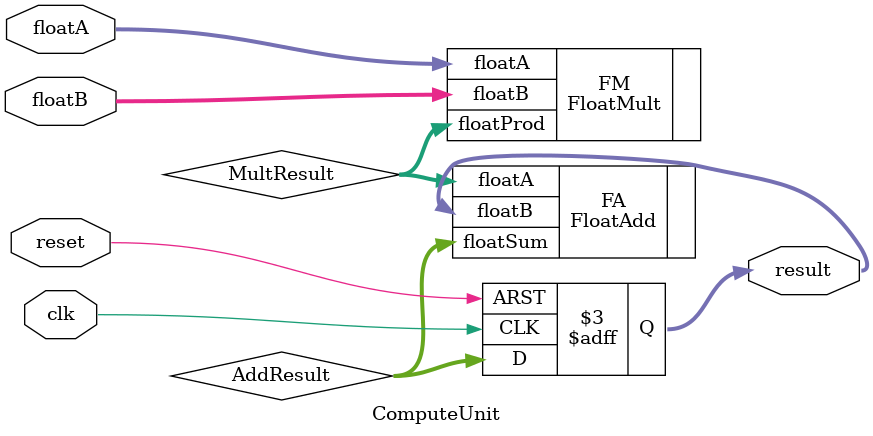
<source format=v>
module ComputeUnit #(
    parameter DATA_WIDTH = 32
)(
    input clk, reset,
    input [DATA_WIDTH-1:0] floatA, floatB,
    output reg [DATA_WIDTH-1:0] result
);

    wire [DATA_WIDTH-1:0] MultResult;
    wire [DATA_WIDTH-1:0] AddResult;

    FloatMult FM(
        .floatA(floatA),
        .floatB(floatB),
        .floatProd(MultResult)
    );

    FloatAdd FA(
        .floatA(MultResult),
        .floatB(result),
        .floatSum(AddResult)
    );

    always @(posedge clk or negedge reset) begin
        if (!reset) begin
            result <= 32'b0;
        end else begin
            result <= AddResult;
        end
    end
endmodule

</source>
